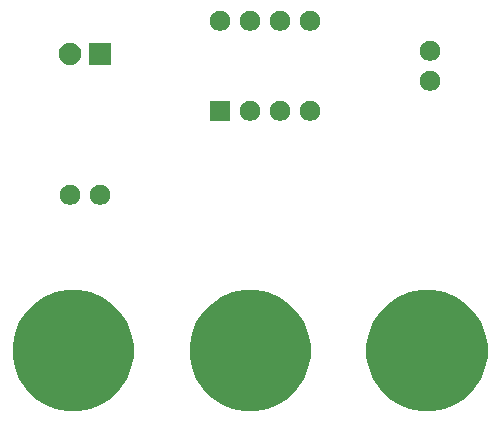
<source format=gbr>
G04 #@! TF.GenerationSoftware,KiCad,Pcbnew,(5.1.5)-2*
G04 #@! TF.CreationDate,2019-12-11T20:36:43+08:00*
G04 #@! TF.ProjectId,kicad,6b696361-642e-46b6-9963-61645f706362,rev?*
G04 #@! TF.SameCoordinates,Original*
G04 #@! TF.FileFunction,Soldermask,Top*
G04 #@! TF.FilePolarity,Negative*
%FSLAX46Y46*%
G04 Gerber Fmt 4.6, Leading zero omitted, Abs format (unit mm)*
G04 Created by KiCad (PCBNEW (5.1.5)-2) date 2019-12-11 20:36:43*
%MOMM*%
%LPD*%
G04 APERTURE LIST*
%ADD10C,0.100000*%
G04 APERTURE END LIST*
D10*
G36*
X130410008Y-109521590D02*
G01*
X130905658Y-109620181D01*
X131839440Y-110006967D01*
X132679822Y-110568492D01*
X133394508Y-111283178D01*
X133956033Y-112123560D01*
X134342819Y-113057342D01*
X134540000Y-114048641D01*
X134540000Y-115059359D01*
X134342819Y-116050658D01*
X133956033Y-116984440D01*
X133394508Y-117824822D01*
X132679822Y-118539508D01*
X131839440Y-119101033D01*
X130905658Y-119487819D01*
X130410009Y-119586409D01*
X129914361Y-119685000D01*
X128903639Y-119685000D01*
X128407991Y-119586409D01*
X127912342Y-119487819D01*
X126978560Y-119101033D01*
X126138178Y-118539508D01*
X125423492Y-117824822D01*
X124861967Y-116984440D01*
X124475181Y-116050658D01*
X124278000Y-115059359D01*
X124278000Y-114048641D01*
X124475181Y-113057342D01*
X124861967Y-112123560D01*
X125423492Y-111283178D01*
X126138178Y-110568492D01*
X126978560Y-110006967D01*
X127912342Y-109620181D01*
X128407992Y-109521590D01*
X128903639Y-109423000D01*
X129914361Y-109423000D01*
X130410008Y-109521590D01*
G37*
G36*
X160380008Y-109521590D02*
G01*
X160875658Y-109620181D01*
X161809440Y-110006967D01*
X162649822Y-110568492D01*
X163364508Y-111283178D01*
X163926033Y-112123560D01*
X164312819Y-113057342D01*
X164510000Y-114048641D01*
X164510000Y-115059359D01*
X164312819Y-116050658D01*
X163926033Y-116984440D01*
X163364508Y-117824822D01*
X162649822Y-118539508D01*
X161809440Y-119101033D01*
X160875658Y-119487819D01*
X160380009Y-119586409D01*
X159884361Y-119685000D01*
X158873639Y-119685000D01*
X158377991Y-119586409D01*
X157882342Y-119487819D01*
X156948560Y-119101033D01*
X156108178Y-118539508D01*
X155393492Y-117824822D01*
X154831967Y-116984440D01*
X154445181Y-116050658D01*
X154248000Y-115059359D01*
X154248000Y-114048641D01*
X154445181Y-113057342D01*
X154831967Y-112123560D01*
X155393492Y-111283178D01*
X156108178Y-110568492D01*
X156948560Y-110006967D01*
X157882342Y-109620181D01*
X158377992Y-109521590D01*
X158873639Y-109423000D01*
X159884361Y-109423000D01*
X160380008Y-109521590D01*
G37*
G36*
X145400008Y-109521590D02*
G01*
X145895658Y-109620181D01*
X146829440Y-110006967D01*
X147669822Y-110568492D01*
X148384508Y-111283178D01*
X148946033Y-112123560D01*
X149332819Y-113057342D01*
X149530000Y-114048641D01*
X149530000Y-115059359D01*
X149332819Y-116050658D01*
X148946033Y-116984440D01*
X148384508Y-117824822D01*
X147669822Y-118539508D01*
X146829440Y-119101033D01*
X145895658Y-119487819D01*
X145400009Y-119586409D01*
X144904361Y-119685000D01*
X143893639Y-119685000D01*
X143397991Y-119586409D01*
X142902342Y-119487819D01*
X141968560Y-119101033D01*
X141128178Y-118539508D01*
X140413492Y-117824822D01*
X139851967Y-116984440D01*
X139465181Y-116050658D01*
X139268000Y-115059359D01*
X139268000Y-114048641D01*
X139465181Y-113057342D01*
X139851967Y-112123560D01*
X140413492Y-111283178D01*
X141128178Y-110568492D01*
X141968560Y-110006967D01*
X142902342Y-109620181D01*
X143397992Y-109521590D01*
X143893639Y-109423000D01*
X144904361Y-109423000D01*
X145400008Y-109521590D01*
G37*
G36*
X129407228Y-100527703D02*
G01*
X129562100Y-100591853D01*
X129701481Y-100684985D01*
X129820015Y-100803519D01*
X129913147Y-100942900D01*
X129977297Y-101097772D01*
X130010000Y-101262184D01*
X130010000Y-101429816D01*
X129977297Y-101594228D01*
X129913147Y-101749100D01*
X129820015Y-101888481D01*
X129701481Y-102007015D01*
X129562100Y-102100147D01*
X129407228Y-102164297D01*
X129242816Y-102197000D01*
X129075184Y-102197000D01*
X128910772Y-102164297D01*
X128755900Y-102100147D01*
X128616519Y-102007015D01*
X128497985Y-101888481D01*
X128404853Y-101749100D01*
X128340703Y-101594228D01*
X128308000Y-101429816D01*
X128308000Y-101262184D01*
X128340703Y-101097772D01*
X128404853Y-100942900D01*
X128497985Y-100803519D01*
X128616519Y-100684985D01*
X128755900Y-100591853D01*
X128910772Y-100527703D01*
X129075184Y-100495000D01*
X129242816Y-100495000D01*
X129407228Y-100527703D01*
G37*
G36*
X131947228Y-100527703D02*
G01*
X132102100Y-100591853D01*
X132241481Y-100684985D01*
X132360015Y-100803519D01*
X132453147Y-100942900D01*
X132517297Y-101097772D01*
X132550000Y-101262184D01*
X132550000Y-101429816D01*
X132517297Y-101594228D01*
X132453147Y-101749100D01*
X132360015Y-101888481D01*
X132241481Y-102007015D01*
X132102100Y-102100147D01*
X131947228Y-102164297D01*
X131782816Y-102197000D01*
X131615184Y-102197000D01*
X131450772Y-102164297D01*
X131295900Y-102100147D01*
X131156519Y-102007015D01*
X131037985Y-101888481D01*
X130944853Y-101749100D01*
X130880703Y-101594228D01*
X130848000Y-101429816D01*
X130848000Y-101262184D01*
X130880703Y-101097772D01*
X130944853Y-100942900D01*
X131037985Y-100803519D01*
X131156519Y-100684985D01*
X131295900Y-100591853D01*
X131450772Y-100527703D01*
X131615184Y-100495000D01*
X131782816Y-100495000D01*
X131947228Y-100527703D01*
G37*
G36*
X142710000Y-95085000D02*
G01*
X141008000Y-95085000D01*
X141008000Y-93383000D01*
X142710000Y-93383000D01*
X142710000Y-95085000D01*
G37*
G36*
X144647228Y-93415703D02*
G01*
X144802100Y-93479853D01*
X144941481Y-93572985D01*
X145060015Y-93691519D01*
X145153147Y-93830900D01*
X145217297Y-93985772D01*
X145250000Y-94150184D01*
X145250000Y-94317816D01*
X145217297Y-94482228D01*
X145153147Y-94637100D01*
X145060015Y-94776481D01*
X144941481Y-94895015D01*
X144802100Y-94988147D01*
X144647228Y-95052297D01*
X144482816Y-95085000D01*
X144315184Y-95085000D01*
X144150772Y-95052297D01*
X143995900Y-94988147D01*
X143856519Y-94895015D01*
X143737985Y-94776481D01*
X143644853Y-94637100D01*
X143580703Y-94482228D01*
X143548000Y-94317816D01*
X143548000Y-94150184D01*
X143580703Y-93985772D01*
X143644853Y-93830900D01*
X143737985Y-93691519D01*
X143856519Y-93572985D01*
X143995900Y-93479853D01*
X144150772Y-93415703D01*
X144315184Y-93383000D01*
X144482816Y-93383000D01*
X144647228Y-93415703D01*
G37*
G36*
X147187228Y-93415703D02*
G01*
X147342100Y-93479853D01*
X147481481Y-93572985D01*
X147600015Y-93691519D01*
X147693147Y-93830900D01*
X147757297Y-93985772D01*
X147790000Y-94150184D01*
X147790000Y-94317816D01*
X147757297Y-94482228D01*
X147693147Y-94637100D01*
X147600015Y-94776481D01*
X147481481Y-94895015D01*
X147342100Y-94988147D01*
X147187228Y-95052297D01*
X147022816Y-95085000D01*
X146855184Y-95085000D01*
X146690772Y-95052297D01*
X146535900Y-94988147D01*
X146396519Y-94895015D01*
X146277985Y-94776481D01*
X146184853Y-94637100D01*
X146120703Y-94482228D01*
X146088000Y-94317816D01*
X146088000Y-94150184D01*
X146120703Y-93985772D01*
X146184853Y-93830900D01*
X146277985Y-93691519D01*
X146396519Y-93572985D01*
X146535900Y-93479853D01*
X146690772Y-93415703D01*
X146855184Y-93383000D01*
X147022816Y-93383000D01*
X147187228Y-93415703D01*
G37*
G36*
X149727228Y-93415703D02*
G01*
X149882100Y-93479853D01*
X150021481Y-93572985D01*
X150140015Y-93691519D01*
X150233147Y-93830900D01*
X150297297Y-93985772D01*
X150330000Y-94150184D01*
X150330000Y-94317816D01*
X150297297Y-94482228D01*
X150233147Y-94637100D01*
X150140015Y-94776481D01*
X150021481Y-94895015D01*
X149882100Y-94988147D01*
X149727228Y-95052297D01*
X149562816Y-95085000D01*
X149395184Y-95085000D01*
X149230772Y-95052297D01*
X149075900Y-94988147D01*
X148936519Y-94895015D01*
X148817985Y-94776481D01*
X148724853Y-94637100D01*
X148660703Y-94482228D01*
X148628000Y-94317816D01*
X148628000Y-94150184D01*
X148660703Y-93985772D01*
X148724853Y-93830900D01*
X148817985Y-93691519D01*
X148936519Y-93572985D01*
X149075900Y-93479853D01*
X149230772Y-93415703D01*
X149395184Y-93383000D01*
X149562816Y-93383000D01*
X149727228Y-93415703D01*
G37*
G36*
X159887228Y-90875703D02*
G01*
X160042100Y-90939853D01*
X160181481Y-91032985D01*
X160300015Y-91151519D01*
X160393147Y-91290900D01*
X160457297Y-91445772D01*
X160490000Y-91610184D01*
X160490000Y-91777816D01*
X160457297Y-91942228D01*
X160393147Y-92097100D01*
X160300015Y-92236481D01*
X160181481Y-92355015D01*
X160042100Y-92448147D01*
X159887228Y-92512297D01*
X159722816Y-92545000D01*
X159555184Y-92545000D01*
X159390772Y-92512297D01*
X159235900Y-92448147D01*
X159096519Y-92355015D01*
X158977985Y-92236481D01*
X158884853Y-92097100D01*
X158820703Y-91942228D01*
X158788000Y-91777816D01*
X158788000Y-91610184D01*
X158820703Y-91445772D01*
X158884853Y-91290900D01*
X158977985Y-91151519D01*
X159096519Y-91032985D01*
X159235900Y-90939853D01*
X159390772Y-90875703D01*
X159555184Y-90843000D01*
X159722816Y-90843000D01*
X159887228Y-90875703D01*
G37*
G36*
X132650000Y-90359000D02*
G01*
X130748000Y-90359000D01*
X130748000Y-88457000D01*
X132650000Y-88457000D01*
X132650000Y-90359000D01*
G37*
G36*
X129436395Y-88493546D02*
G01*
X129609466Y-88565234D01*
X129609467Y-88565235D01*
X129765227Y-88669310D01*
X129897690Y-88801773D01*
X129897691Y-88801775D01*
X130001766Y-88957534D01*
X130073454Y-89130605D01*
X130110000Y-89314333D01*
X130110000Y-89501667D01*
X130073454Y-89685395D01*
X130001766Y-89858466D01*
X130001765Y-89858467D01*
X129897690Y-90014227D01*
X129765227Y-90146690D01*
X129686818Y-90199081D01*
X129609466Y-90250766D01*
X129436395Y-90322454D01*
X129252667Y-90359000D01*
X129065333Y-90359000D01*
X128881605Y-90322454D01*
X128708534Y-90250766D01*
X128631182Y-90199081D01*
X128552773Y-90146690D01*
X128420310Y-90014227D01*
X128316235Y-89858467D01*
X128316234Y-89858466D01*
X128244546Y-89685395D01*
X128208000Y-89501667D01*
X128208000Y-89314333D01*
X128244546Y-89130605D01*
X128316234Y-88957534D01*
X128420309Y-88801775D01*
X128420310Y-88801773D01*
X128552773Y-88669310D01*
X128708533Y-88565235D01*
X128708534Y-88565234D01*
X128881605Y-88493546D01*
X129065333Y-88457000D01*
X129252667Y-88457000D01*
X129436395Y-88493546D01*
G37*
G36*
X159887228Y-88335703D02*
G01*
X160042100Y-88399853D01*
X160181481Y-88492985D01*
X160300015Y-88611519D01*
X160393147Y-88750900D01*
X160457297Y-88905772D01*
X160490000Y-89070184D01*
X160490000Y-89237816D01*
X160457297Y-89402228D01*
X160393147Y-89557100D01*
X160300015Y-89696481D01*
X160181481Y-89815015D01*
X160042100Y-89908147D01*
X159887228Y-89972297D01*
X159722816Y-90005000D01*
X159555184Y-90005000D01*
X159390772Y-89972297D01*
X159235900Y-89908147D01*
X159096519Y-89815015D01*
X158977985Y-89696481D01*
X158884853Y-89557100D01*
X158820703Y-89402228D01*
X158788000Y-89237816D01*
X158788000Y-89070184D01*
X158820703Y-88905772D01*
X158884853Y-88750900D01*
X158977985Y-88611519D01*
X159096519Y-88492985D01*
X159235900Y-88399853D01*
X159390772Y-88335703D01*
X159555184Y-88303000D01*
X159722816Y-88303000D01*
X159887228Y-88335703D01*
G37*
G36*
X147187228Y-85795703D02*
G01*
X147342100Y-85859853D01*
X147481481Y-85952985D01*
X147600015Y-86071519D01*
X147693147Y-86210900D01*
X147757297Y-86365772D01*
X147790000Y-86530184D01*
X147790000Y-86697816D01*
X147757297Y-86862228D01*
X147693147Y-87017100D01*
X147600015Y-87156481D01*
X147481481Y-87275015D01*
X147342100Y-87368147D01*
X147187228Y-87432297D01*
X147022816Y-87465000D01*
X146855184Y-87465000D01*
X146690772Y-87432297D01*
X146535900Y-87368147D01*
X146396519Y-87275015D01*
X146277985Y-87156481D01*
X146184853Y-87017100D01*
X146120703Y-86862228D01*
X146088000Y-86697816D01*
X146088000Y-86530184D01*
X146120703Y-86365772D01*
X146184853Y-86210900D01*
X146277985Y-86071519D01*
X146396519Y-85952985D01*
X146535900Y-85859853D01*
X146690772Y-85795703D01*
X146855184Y-85763000D01*
X147022816Y-85763000D01*
X147187228Y-85795703D01*
G37*
G36*
X149727228Y-85795703D02*
G01*
X149882100Y-85859853D01*
X150021481Y-85952985D01*
X150140015Y-86071519D01*
X150233147Y-86210900D01*
X150297297Y-86365772D01*
X150330000Y-86530184D01*
X150330000Y-86697816D01*
X150297297Y-86862228D01*
X150233147Y-87017100D01*
X150140015Y-87156481D01*
X150021481Y-87275015D01*
X149882100Y-87368147D01*
X149727228Y-87432297D01*
X149562816Y-87465000D01*
X149395184Y-87465000D01*
X149230772Y-87432297D01*
X149075900Y-87368147D01*
X148936519Y-87275015D01*
X148817985Y-87156481D01*
X148724853Y-87017100D01*
X148660703Y-86862228D01*
X148628000Y-86697816D01*
X148628000Y-86530184D01*
X148660703Y-86365772D01*
X148724853Y-86210900D01*
X148817985Y-86071519D01*
X148936519Y-85952985D01*
X149075900Y-85859853D01*
X149230772Y-85795703D01*
X149395184Y-85763000D01*
X149562816Y-85763000D01*
X149727228Y-85795703D01*
G37*
G36*
X144647228Y-85795703D02*
G01*
X144802100Y-85859853D01*
X144941481Y-85952985D01*
X145060015Y-86071519D01*
X145153147Y-86210900D01*
X145217297Y-86365772D01*
X145250000Y-86530184D01*
X145250000Y-86697816D01*
X145217297Y-86862228D01*
X145153147Y-87017100D01*
X145060015Y-87156481D01*
X144941481Y-87275015D01*
X144802100Y-87368147D01*
X144647228Y-87432297D01*
X144482816Y-87465000D01*
X144315184Y-87465000D01*
X144150772Y-87432297D01*
X143995900Y-87368147D01*
X143856519Y-87275015D01*
X143737985Y-87156481D01*
X143644853Y-87017100D01*
X143580703Y-86862228D01*
X143548000Y-86697816D01*
X143548000Y-86530184D01*
X143580703Y-86365772D01*
X143644853Y-86210900D01*
X143737985Y-86071519D01*
X143856519Y-85952985D01*
X143995900Y-85859853D01*
X144150772Y-85795703D01*
X144315184Y-85763000D01*
X144482816Y-85763000D01*
X144647228Y-85795703D01*
G37*
G36*
X142107228Y-85795703D02*
G01*
X142262100Y-85859853D01*
X142401481Y-85952985D01*
X142520015Y-86071519D01*
X142613147Y-86210900D01*
X142677297Y-86365772D01*
X142710000Y-86530184D01*
X142710000Y-86697816D01*
X142677297Y-86862228D01*
X142613147Y-87017100D01*
X142520015Y-87156481D01*
X142401481Y-87275015D01*
X142262100Y-87368147D01*
X142107228Y-87432297D01*
X141942816Y-87465000D01*
X141775184Y-87465000D01*
X141610772Y-87432297D01*
X141455900Y-87368147D01*
X141316519Y-87275015D01*
X141197985Y-87156481D01*
X141104853Y-87017100D01*
X141040703Y-86862228D01*
X141008000Y-86697816D01*
X141008000Y-86530184D01*
X141040703Y-86365772D01*
X141104853Y-86210900D01*
X141197985Y-86071519D01*
X141316519Y-85952985D01*
X141455900Y-85859853D01*
X141610772Y-85795703D01*
X141775184Y-85763000D01*
X141942816Y-85763000D01*
X142107228Y-85795703D01*
G37*
M02*

</source>
